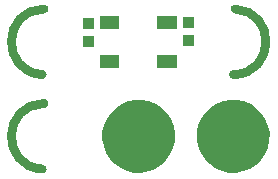
<source format=gts>
%TF.GenerationSoftware,KiCad,Pcbnew,4.0.5-e0-6337~49~ubuntu16.04.1*%
%TF.CreationDate,2017-07-08T22:41:08-07:00*%
%TF.ProjectId,2x3-RGB-LED-NeoPixel-SMT,3278332D5247422D4C45442D4E656F50,1.0*%
%TF.FileFunction,Soldermask,Top*%
%FSLAX46Y46*%
G04 Gerber Fmt 4.6, Leading zero omitted, Abs format (unit mm)*
G04 Created by KiCad (PCBNEW 4.0.5-e0-6337~49~ubuntu16.04.1) date Sat Jul  8 22:41:08 2017*
%MOMM*%
%LPD*%
G01*
G04 APERTURE LIST*
%ADD10C,0.350000*%
%ADD11C,0.800000*%
G04 APERTURE END LIST*
D10*
D11*
X14071294Y-30519635D02*
G75*
G03X13925000Y-36075000I28706J-2780365D01*
G01*
X14075000Y-38524999D02*
G75*
G03X13928706Y-44080364I28706J-2780365D01*
G01*
X30125000Y-36075001D02*
G75*
G03X30271294Y-30519636I-28706J2780365D01*
G01*
D10*
G36*
X30423110Y-38225847D02*
X31014055Y-38347151D01*
X31570198Y-38580932D01*
X32070334Y-38918278D01*
X32495421Y-39346343D01*
X32829266Y-39848821D01*
X33059156Y-40406576D01*
X33176264Y-40998014D01*
X33176264Y-40998024D01*
X33176331Y-40998363D01*
X33166710Y-41687416D01*
X33166633Y-41687754D01*
X33166633Y-41687762D01*
X33033057Y-42275701D01*
X32787685Y-42826816D01*
X32439937Y-43319778D01*
X32003062Y-43735809D01*
X31493700Y-44059061D01*
X30931254Y-44277219D01*
X30337147Y-44381976D01*
X29734003Y-44369342D01*
X29144800Y-44239797D01*
X28591982Y-43998277D01*
X28096607Y-43653982D01*
X27677537Y-43220023D01*
X27350738Y-42712930D01*
X27128656Y-42152014D01*
X27019755Y-41558658D01*
X27028177Y-40955441D01*
X27153606Y-40365347D01*
X27391259Y-39810858D01*
X27732091Y-39313088D01*
X28163112Y-38891000D01*
X28667913Y-38560668D01*
X29227259Y-38334677D01*
X29819845Y-38221636D01*
X30423110Y-38225847D01*
X30423110Y-38225847D01*
G37*
G36*
X22423110Y-38225847D02*
X23014055Y-38347151D01*
X23570198Y-38580932D01*
X24070334Y-38918278D01*
X24495421Y-39346343D01*
X24829266Y-39848821D01*
X25059156Y-40406576D01*
X25176264Y-40998014D01*
X25176264Y-40998024D01*
X25176331Y-40998363D01*
X25166710Y-41687416D01*
X25166633Y-41687754D01*
X25166633Y-41687762D01*
X25033057Y-42275701D01*
X24787685Y-42826816D01*
X24439937Y-43319778D01*
X24003062Y-43735809D01*
X23493700Y-44059061D01*
X22931254Y-44277219D01*
X22337147Y-44381976D01*
X21734003Y-44369342D01*
X21144800Y-44239797D01*
X20591982Y-43998277D01*
X20096607Y-43653982D01*
X19677537Y-43220023D01*
X19350738Y-42712930D01*
X19128656Y-42152014D01*
X19019755Y-41558658D01*
X19028177Y-40955441D01*
X19153606Y-40365347D01*
X19391259Y-39810858D01*
X19732091Y-39313088D01*
X20163112Y-38891000D01*
X20667913Y-38560668D01*
X21227259Y-38334677D01*
X21819845Y-38221636D01*
X22423110Y-38225847D01*
X22423110Y-38225847D01*
G37*
G36*
X20437100Y-35496700D02*
X18786100Y-35496700D01*
X18786100Y-34455300D01*
X20437100Y-34455300D01*
X20437100Y-35496700D01*
X20437100Y-35496700D01*
G37*
G36*
X25313900Y-35496700D02*
X23662900Y-35496700D01*
X23662900Y-34455300D01*
X25313900Y-34455300D01*
X25313900Y-35496700D01*
X25313900Y-35496700D01*
G37*
G36*
X18276200Y-33751200D02*
X17373800Y-33751200D01*
X17373800Y-32798800D01*
X18276200Y-32798800D01*
X18276200Y-33751200D01*
X18276200Y-33751200D01*
G37*
G36*
X26776200Y-33651200D02*
X25873800Y-33651200D01*
X25873800Y-32698800D01*
X26776200Y-32698800D01*
X26776200Y-33651200D01*
X26776200Y-33651200D01*
G37*
G36*
X18276200Y-32251200D02*
X17373800Y-32251200D01*
X17373800Y-31298800D01*
X18276200Y-31298800D01*
X18276200Y-32251200D01*
X18276200Y-32251200D01*
G37*
G36*
X25313900Y-32194700D02*
X23662900Y-32194700D01*
X23662900Y-31153300D01*
X25313900Y-31153300D01*
X25313900Y-32194700D01*
X25313900Y-32194700D01*
G37*
G36*
X20437100Y-32194700D02*
X18786100Y-32194700D01*
X18786100Y-31153300D01*
X20437100Y-31153300D01*
X20437100Y-32194700D01*
X20437100Y-32194700D01*
G37*
G36*
X26776200Y-32151200D02*
X25873800Y-32151200D01*
X25873800Y-31198800D01*
X26776200Y-31198800D01*
X26776200Y-32151200D01*
X26776200Y-32151200D01*
G37*
M02*

</source>
